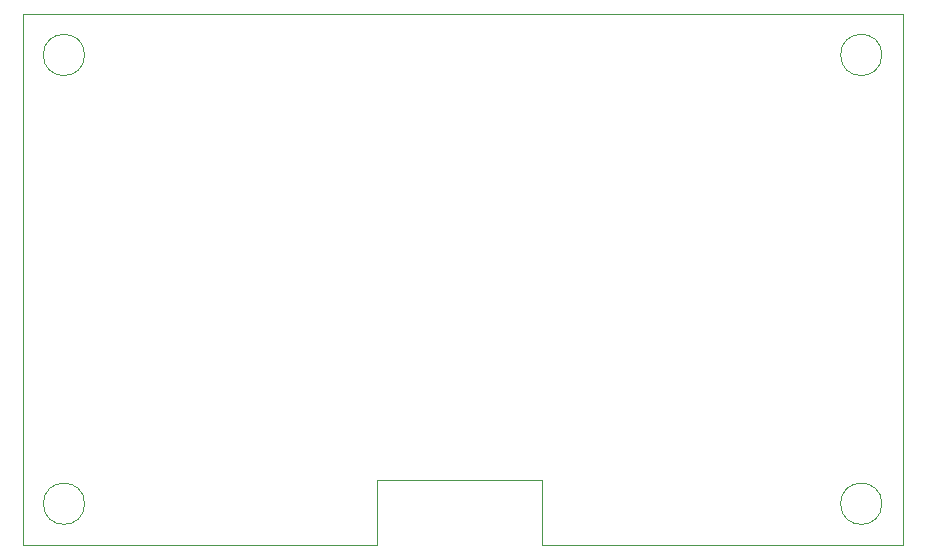
<source format=gbr>
%TF.GenerationSoftware,KiCad,Pcbnew,7.0.7*%
%TF.CreationDate,2023-09-16T22:14:34+02:00*%
%TF.ProjectId,oled242,6f6c6564-3234-4322-9e6b-696361645f70,rev?*%
%TF.SameCoordinates,Original*%
%TF.FileFunction,Profile,NP*%
%FSLAX46Y46*%
G04 Gerber Fmt 4.6, Leading zero omitted, Abs format (unit mm)*
G04 Created by KiCad (PCBNEW 7.0.7) date 2023-09-16 22:14:34*
%MOMM*%
%LPD*%
G01*
G04 APERTURE LIST*
%TA.AperFunction,Profile*%
%ADD10C,0.100000*%
%TD*%
G04 APERTURE END LIST*
D10*
X74500000Y-45000000D02*
X44000000Y-45000000D01*
X44000000Y-39500000D01*
X30000000Y-39499944D01*
X30000223Y-44999944D01*
X0Y-45000000D01*
X0Y-31000000D01*
X0Y-15000000D01*
X0Y0D01*
X74500000Y0D01*
X74500000Y-45000000D01*
X72750000Y-3500000D02*
G75*
G03*
X72750000Y-3500000I-1750000J0D01*
G01*
X5250000Y-41500000D02*
G75*
G03*
X5250000Y-41500000I-1750000J0D01*
G01*
X72750000Y-41500000D02*
G75*
G03*
X72750000Y-41500000I-1750000J0D01*
G01*
X5250000Y-3500000D02*
G75*
G03*
X5250000Y-3500000I-1750000J0D01*
G01*
M02*

</source>
